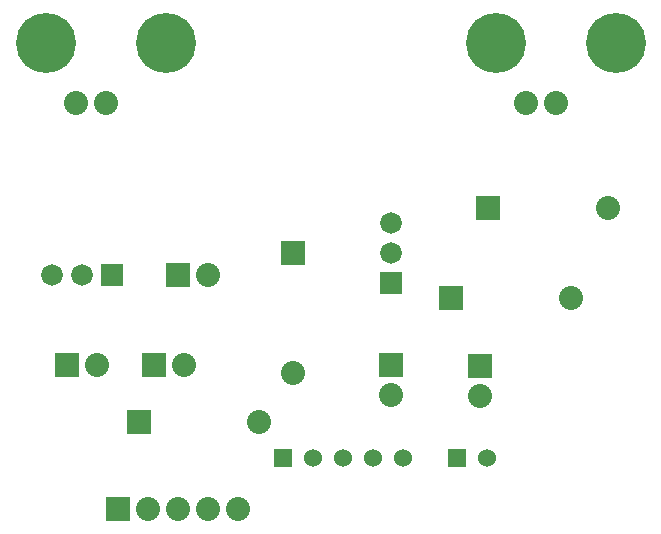
<source format=gbr>
G04 start of page 3 for group 5 layer_idx 5 *
G04 Title: (unknown), Intern *
G04 Creator: pcb-rnd 2.0.0 *
G04 CreationDate: 2018-06-05 21:26:10 UTC *
G04 For:  *
G04 Format: Gerber/RS-274X *
G04 PCB-Dimensions: 500000 500000 *
G04 PCB-Coordinate-Origin: lower left *
%MOIN*%
%FSLAX25Y25*%
%LNGROUP5*%
%ADD31C,0.0400*%
%ADD30C,0.0320*%
%ADD29C,0.0790*%
%ADD28C,0.0420*%
%ADD27C,0.0394*%
%ADD26C,0.2000*%
%ADD25C,0.0600*%
%ADD24C,0.0720*%
%ADD23C,0.0800*%
%ADD22C,0.0001*%
G54D22*G36*
X266000Y289000D02*X274000D01*
Y281000D01*
X266000D01*
Y289000D01*
G37*
G54D23*X270000Y245000D03*
G54D22*G36*
X298500Y251500D02*X306500D01*
Y243500D01*
X298500D01*
Y251500D01*
G37*
G36*
X298900Y278600D02*X306100D01*
Y271400D01*
X298900D01*
Y278600D01*
G37*
G54D24*X302500Y285000D03*
Y295000D03*
G54D22*G36*
X331000Y304000D02*X339000D01*
Y296000D01*
X331000D01*
Y304000D01*
G37*
G54D23*X375000Y300000D03*
G54D22*G36*
X318500Y274000D02*X326500D01*
Y266000D01*
X318500D01*
Y274000D01*
G37*
G54D23*X362500Y270000D03*
G54D22*G36*
X328408Y251166D02*X336408D01*
Y243166D01*
X328408D01*
Y251166D01*
G37*
G54D23*X332408Y237166D03*
G54D25*X334500Y216500D03*
G54D22*G36*
X321500Y219500D02*X327500D01*
Y213500D01*
X321500D01*
Y219500D01*
G37*
G54D26*X337500Y355000D03*
X377500D03*
G54D23*X347500Y335000D03*
X357500D03*
X302500Y237500D03*
G54D25*X306500Y216500D03*
X296500D03*
X286500D03*
X276500D03*
G54D22*G36*
X263500Y219500D02*X269500D01*
Y213500D01*
X263500D01*
Y219500D01*
G37*
G54D26*X187500Y355000D03*
X227500D03*
G54D23*X197500Y335000D03*
X207500D03*
G54D22*G36*
X227500Y281500D02*X235500D01*
Y273500D01*
X227500D01*
Y281500D01*
G37*
G36*
X205900Y281100D02*X213100D01*
Y273900D01*
X205900D01*
Y281100D01*
G37*
G54D24*X199500Y277500D03*
X189500D03*
G54D23*X241500D03*
G54D22*G36*
X219500Y251500D02*X227500D01*
Y243500D01*
X219500D01*
Y251500D01*
G37*
G54D23*X233500Y247500D03*
G54D22*G36*
X190500Y251500D02*X198500D01*
Y243500D01*
X190500D01*
Y251500D01*
G37*
G54D23*X204500Y247500D03*
G54D22*G36*
X214500Y232500D02*X222500D01*
Y224500D01*
X214500D01*
Y232500D01*
G37*
G54D23*X231500Y199500D03*
X221500D03*
G54D22*G36*
X207500Y203500D02*X215500D01*
Y195500D01*
X207500D01*
Y203500D01*
G37*
G54D23*X241500Y199500D03*
X258500Y228500D03*
X251500Y199500D03*
G54D27*G54D28*G54D27*G54D28*G54D29*G54D30*G54D27*G54D28*G54D29*G54D30*G54D27*G54D28*G54D27*G54D31*G54D27*G54D31*M02*

</source>
